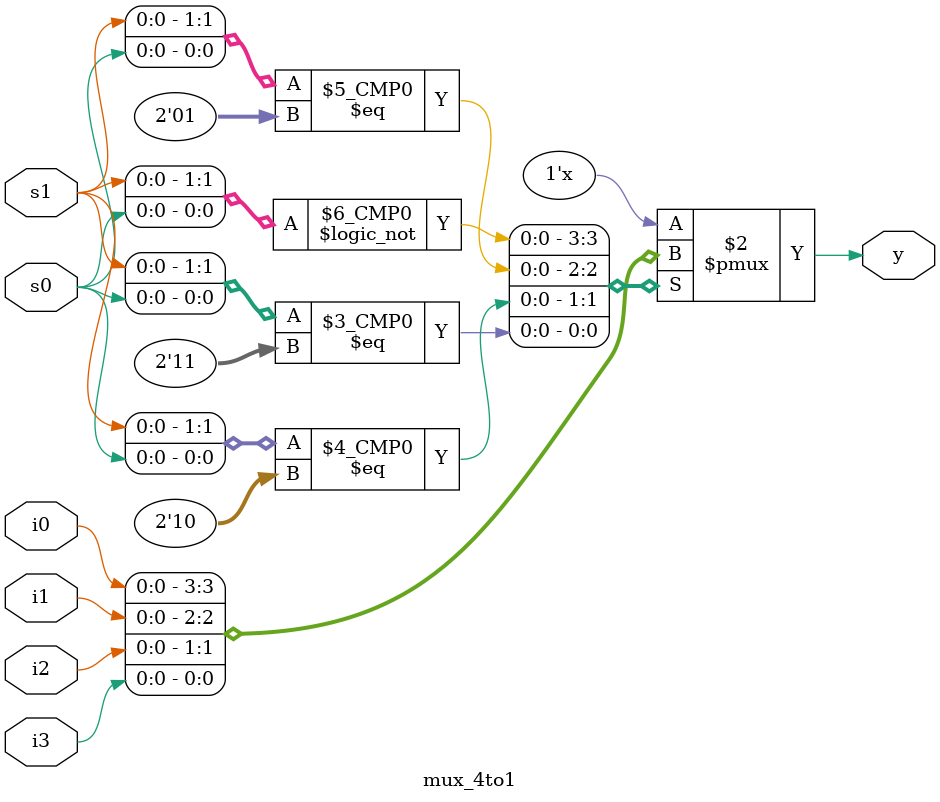
<source format=v>
`timescale 1ns / 1ps


module mux_4to1(
    input i0, i1, i2, i3,
    input s0, s1,
    output reg y
);
    always @(*) begin
        case ({s1, s0})  // combine s1 and s0 into 2-bit selector
            2'b00: y = i0;
            2'b01: y = i1;
            2'b10: y = i2;
            2'b11: y = i3;
            default: y = 0;
        endcase
    end
endmodule

</source>
